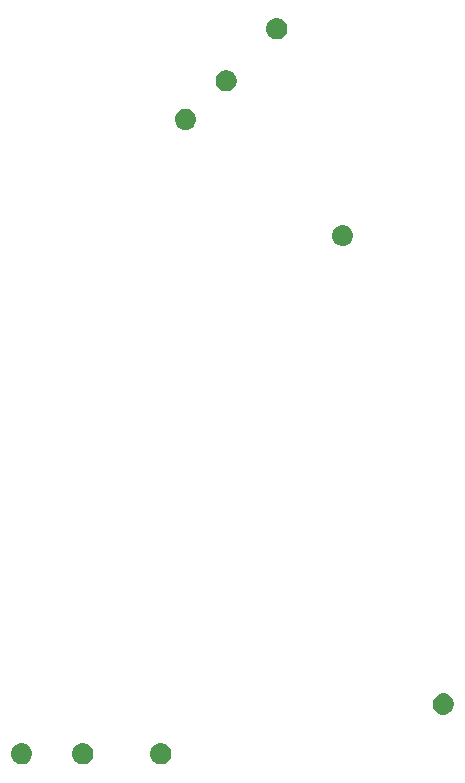
<source format=gbr>
%TF.GenerationSoftware,Flux,Pcbnew,9.0.6-9.0.6~ubuntu22.04.1*%
%TF.CreationDate,2025-12-30T03:11:03+00:00*%
%TF.ProjectId,input,696e7075-742e-46b6-9963-61645f706362,rev?*%
%TF.SameCoordinates,Original*%
%TF.FileFunction,Paste,Top*%
%TF.FilePolarity,Positive*%
%FSLAX46Y46*%
G04 Gerber Fmt 4.6, Leading zero omitted, Abs format (unit mm)*
G04 Filename: pegjumpinggamepcb-179b*
G04 Build it with Flux! Visit our site at: https://www.flux.ai (PCBNEW 9.0.6-9.0.6~ubuntu22.04.1) date 2025-12-30 03:11:03*
%MOMM*%
%LPD*%
G01*
G04 APERTURE LIST*
%ADD10C,0.000000*%
G04 APERTURE END LIST*
D10*
%TO.C,*%
G36*
X484209715Y-191218308D02*
G01*
X484413185Y-191335782D01*
X484579318Y-191501915D01*
X484696792Y-191705385D01*
X484757600Y-191932326D01*
X484757600Y-192167274D01*
X484696792Y-192394215D01*
X484579318Y-192597685D01*
X484413185Y-192763818D01*
X484209715Y-192881292D01*
X483982774Y-192942100D01*
X483747826Y-192942100D01*
X483520885Y-192881292D01*
X483317415Y-192763818D01*
X483151282Y-192597685D01*
X483033808Y-192394215D01*
X482973000Y-192167274D01*
X482973000Y-191932326D01*
X483033808Y-191705385D01*
X483151282Y-191501915D01*
X483317415Y-191335782D01*
X483520885Y-191218308D01*
X483747826Y-191157500D01*
X483982774Y-191157500D01*
X484209715Y-191218308D01*
G37*
G36*
X465832215Y-138461908D02*
G01*
X466035685Y-138579382D01*
X466201818Y-138745515D01*
X466319292Y-138948985D01*
X466380100Y-139175926D01*
X466380100Y-139410874D01*
X466319292Y-139637815D01*
X466201818Y-139841285D01*
X466035685Y-140007418D01*
X465832215Y-140124892D01*
X465605274Y-140185700D01*
X465370326Y-140185700D01*
X465143385Y-140124892D01*
X464939915Y-140007418D01*
X464773782Y-139841285D01*
X464656308Y-139637815D01*
X464595500Y-139410874D01*
X464595500Y-139175926D01*
X464656308Y-138948985D01*
X464773782Y-138745515D01*
X464939915Y-138579382D01*
X465143385Y-138461908D01*
X465370326Y-138401100D01*
X465605274Y-138401100D01*
X465832215Y-138461908D01*
G37*
G36*
X475705615Y-151561208D02*
G01*
X475909085Y-151678682D01*
X476075218Y-151844815D01*
X476192692Y-152048285D01*
X476253500Y-152275226D01*
X476253500Y-152510174D01*
X476192692Y-152737115D01*
X476075218Y-152940585D01*
X475909085Y-153106718D01*
X475705615Y-153224192D01*
X475478674Y-153285000D01*
X475243726Y-153285000D01*
X475016785Y-153224192D01*
X474813315Y-153106718D01*
X474647182Y-152940585D01*
X474529708Y-152737115D01*
X474468900Y-152510174D01*
X474468900Y-152275226D01*
X474529708Y-152048285D01*
X474647182Y-151844815D01*
X474813315Y-151678682D01*
X475016785Y-151561208D01*
X475243726Y-151500400D01*
X475478674Y-151500400D01*
X475705615Y-151561208D01*
G37*
G36*
X453708615Y-195433608D02*
G01*
X453912085Y-195551082D01*
X454078218Y-195717215D01*
X454195692Y-195920685D01*
X454256500Y-196147626D01*
X454256500Y-196382574D01*
X454195692Y-196609515D01*
X454078218Y-196812985D01*
X453912085Y-196979118D01*
X453708615Y-197096592D01*
X453481674Y-197157400D01*
X453246726Y-197157400D01*
X453019785Y-197096592D01*
X452816315Y-196979118D01*
X452650182Y-196812985D01*
X452532708Y-196609515D01*
X452471900Y-196382574D01*
X452471900Y-196147626D01*
X452532708Y-195920685D01*
X452650182Y-195717215D01*
X452816315Y-195551082D01*
X453019785Y-195433608D01*
X453246726Y-195372800D01*
X453481674Y-195372800D01*
X453708615Y-195433608D01*
G37*
G36*
X470127415Y-134051008D02*
G01*
X470330885Y-134168482D01*
X470497018Y-134334615D01*
X470614492Y-134538085D01*
X470675300Y-134765026D01*
X470675300Y-134999974D01*
X470614492Y-135226915D01*
X470497018Y-135430385D01*
X470330885Y-135596518D01*
X470127415Y-135713992D01*
X469900474Y-135774800D01*
X469665526Y-135774800D01*
X469438585Y-135713992D01*
X469235115Y-135596518D01*
X469068982Y-135430385D01*
X468951508Y-135226915D01*
X468890700Y-134999974D01*
X468890700Y-134765026D01*
X468951508Y-134538085D01*
X469068982Y-134334615D01*
X469235115Y-134168482D01*
X469438585Y-134051008D01*
X469665526Y-133990200D01*
X469900474Y-133990200D01*
X470127415Y-134051008D01*
G37*
G36*
X460307715Y-195433608D02*
G01*
X460511185Y-195551082D01*
X460677318Y-195717215D01*
X460794792Y-195920685D01*
X460855600Y-196147626D01*
X460855600Y-196382574D01*
X460794792Y-196609515D01*
X460677318Y-196812985D01*
X460511185Y-196979118D01*
X460307715Y-197096592D01*
X460080774Y-197157400D01*
X459845826Y-197157400D01*
X459618885Y-197096592D01*
X459415415Y-196979118D01*
X459249282Y-196812985D01*
X459131808Y-196609515D01*
X459071000Y-196382574D01*
X459071000Y-196147626D01*
X459131808Y-195920685D01*
X459249282Y-195717215D01*
X459415415Y-195551082D01*
X459618885Y-195433608D01*
X459845826Y-195372800D01*
X460080774Y-195372800D01*
X460307715Y-195433608D01*
G37*
G36*
X462402115Y-141700808D02*
G01*
X462605585Y-141818282D01*
X462771718Y-141984415D01*
X462889192Y-142187885D01*
X462950000Y-142414826D01*
X462950000Y-142649774D01*
X462889192Y-142876715D01*
X462771718Y-143080185D01*
X462605585Y-143246318D01*
X462402115Y-143363792D01*
X462175174Y-143424600D01*
X461940226Y-143424600D01*
X461713285Y-143363792D01*
X461509815Y-143246318D01*
X461343682Y-143080185D01*
X461226208Y-142876715D01*
X461165400Y-142649774D01*
X461165400Y-142414826D01*
X461226208Y-142187885D01*
X461343682Y-141984415D01*
X461509815Y-141818282D01*
X461713285Y-141700808D01*
X461940226Y-141640000D01*
X462175174Y-141640000D01*
X462402115Y-141700808D01*
G37*
G36*
X448522015Y-195433608D02*
G01*
X448725485Y-195551082D01*
X448891618Y-195717215D01*
X449009092Y-195920685D01*
X449069900Y-196147626D01*
X449069900Y-196382574D01*
X449009092Y-196609515D01*
X448891618Y-196812985D01*
X448725485Y-196979118D01*
X448522015Y-197096592D01*
X448295074Y-197157400D01*
X448060126Y-197157400D01*
X447833185Y-197096592D01*
X447629715Y-196979118D01*
X447463582Y-196812985D01*
X447346108Y-196609515D01*
X447285300Y-196382574D01*
X447285300Y-196147626D01*
X447346108Y-195920685D01*
X447463582Y-195717215D01*
X447629715Y-195551082D01*
X447833185Y-195433608D01*
X448060126Y-195372800D01*
X448295074Y-195372800D01*
X448522015Y-195433608D01*
G37*
%TD*%
M02*

</source>
